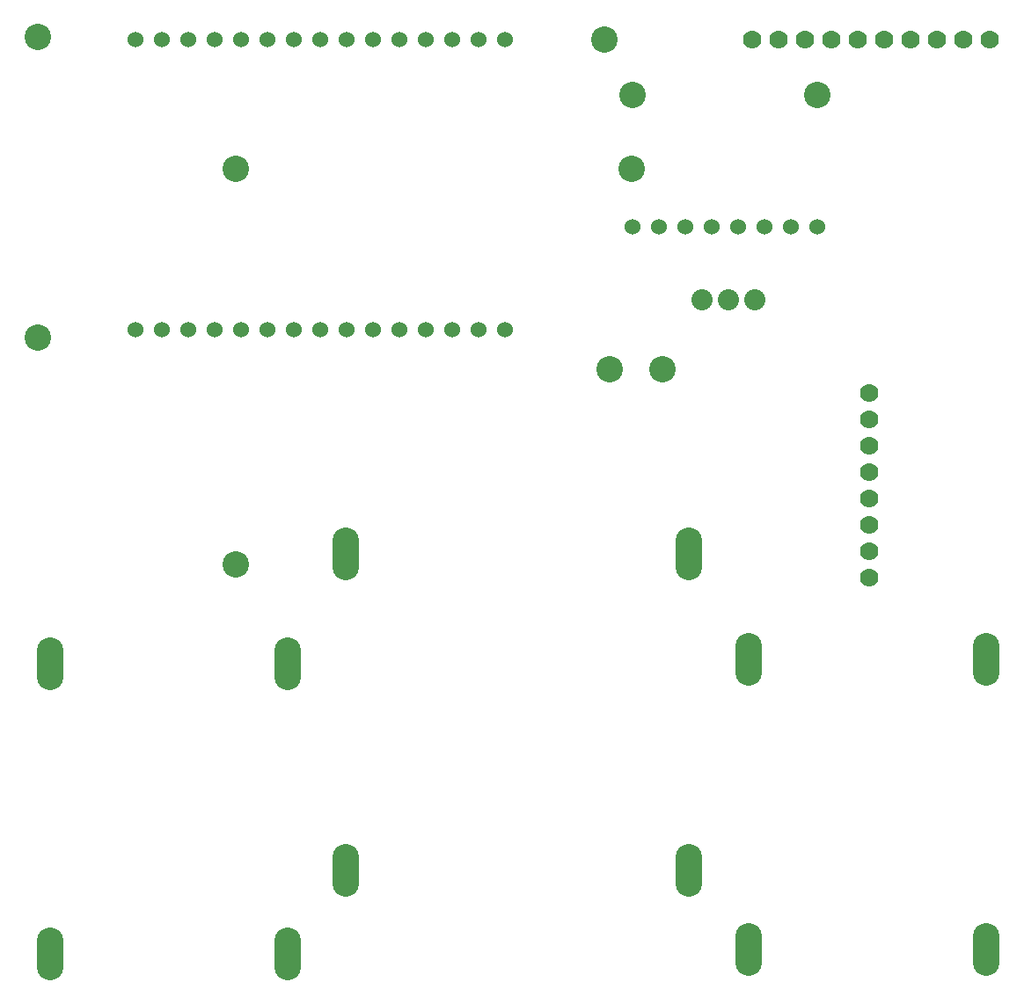
<source format=gbr>
%TF.GenerationSoftware,KiCad,Pcbnew,7.0.5*%
%TF.CreationDate,2023-07-05T14:29:17+01:00*%
%TF.ProjectId,rat,7261742e-6b69-4636-9164-5f7063625858,rev?*%
%TF.SameCoordinates,Original*%
%TF.FileFunction,Soldermask,Top*%
%TF.FilePolarity,Negative*%
%FSLAX46Y46*%
G04 Gerber Fmt 4.6, Leading zero omitted, Abs format (unit mm)*
G04 Created by KiCad (PCBNEW 7.0.5) date 2023-07-05 14:29:17*
%MOMM*%
%LPD*%
G01*
G04 APERTURE LIST*
%ADD10C,1.778000*%
%ADD11C,2.540000*%
%ADD12C,1.524000*%
%ADD13O,2.540000X5.080000*%
%ADD14C,2.032000*%
G04 APERTURE END LIST*
D10*
%TO.C,HBridge1*%
X229000000Y-77780000D03*
X229000000Y-75240000D03*
X229000000Y-72700000D03*
X229000000Y-70160000D03*
X229000000Y-67620000D03*
X229000000Y-65080000D03*
X229000000Y-62540000D03*
X229000000Y-60000000D03*
D11*
X206140000Y-38410000D03*
X168040000Y-76510000D03*
X168040000Y-38410000D03*
%TD*%
%TO.C,MCU1*%
X148982000Y-25746000D03*
X203465000Y-26000000D03*
X148931200Y-54702000D03*
D12*
X193940000Y-53940000D03*
X191400000Y-53940000D03*
X188860000Y-53940000D03*
X186320000Y-53940000D03*
X183780000Y-53940000D03*
X181240000Y-53940000D03*
X178700000Y-53940000D03*
X176160000Y-53940000D03*
X173620000Y-53940000D03*
X171080000Y-53940000D03*
X168540000Y-53940000D03*
X166000000Y-53940000D03*
X163460000Y-53940000D03*
X160920000Y-53940000D03*
X158380000Y-53940000D03*
X193940000Y-26000000D03*
X191400000Y-26000000D03*
X188860000Y-26000000D03*
X186320000Y-26000000D03*
X183780000Y-26000000D03*
X181240000Y-26000000D03*
X178700000Y-26000000D03*
X176160000Y-26000000D03*
X173620000Y-26000000D03*
X171080000Y-26000000D03*
X168540000Y-26000000D03*
X166000000Y-26000000D03*
X163460000Y-26000000D03*
X160920000Y-26000000D03*
X158380000Y-26000000D03*
%TD*%
D13*
%TO.C,Battery1*%
X211620000Y-106000000D03*
X178600000Y-106000000D03*
X211620000Y-75520000D03*
X178600000Y-75520000D03*
D11*
X209080000Y-57740000D03*
X204000000Y-57740000D03*
%TD*%
D14*
%TO.C,Switch1*%
X212920000Y-51000000D03*
X215460000Y-51000000D03*
X218000000Y-51000000D03*
%TD*%
D13*
%TO.C,Motor2*%
X217380000Y-85680000D03*
X217380000Y-113620000D03*
X240240000Y-85680000D03*
X240240000Y-113620000D03*
%TD*%
%TO.C,Motor1*%
X173000000Y-114000000D03*
X173000000Y-86060000D03*
X150140000Y-114000000D03*
X150140000Y-86060000D03*
%TD*%
D12*
%TO.C,IMU1*%
X224000000Y-44000000D03*
X221460000Y-44000000D03*
X218920000Y-44000000D03*
X216380000Y-44000000D03*
X213840000Y-44000000D03*
X211300000Y-44000000D03*
X208760000Y-44000000D03*
X206220000Y-44000000D03*
D11*
X224000000Y-31300000D03*
X206220000Y-31300000D03*
%TD*%
D10*
%TO.C,Connector1*%
X240540000Y-26000000D03*
X238000000Y-26000000D03*
X235460000Y-26000000D03*
X232920000Y-25976785D03*
X230380000Y-26000000D03*
X227840000Y-26000000D03*
X225300000Y-26000000D03*
X222760000Y-26000000D03*
X220220000Y-26000000D03*
X217680000Y-26000000D03*
%TD*%
M02*

</source>
